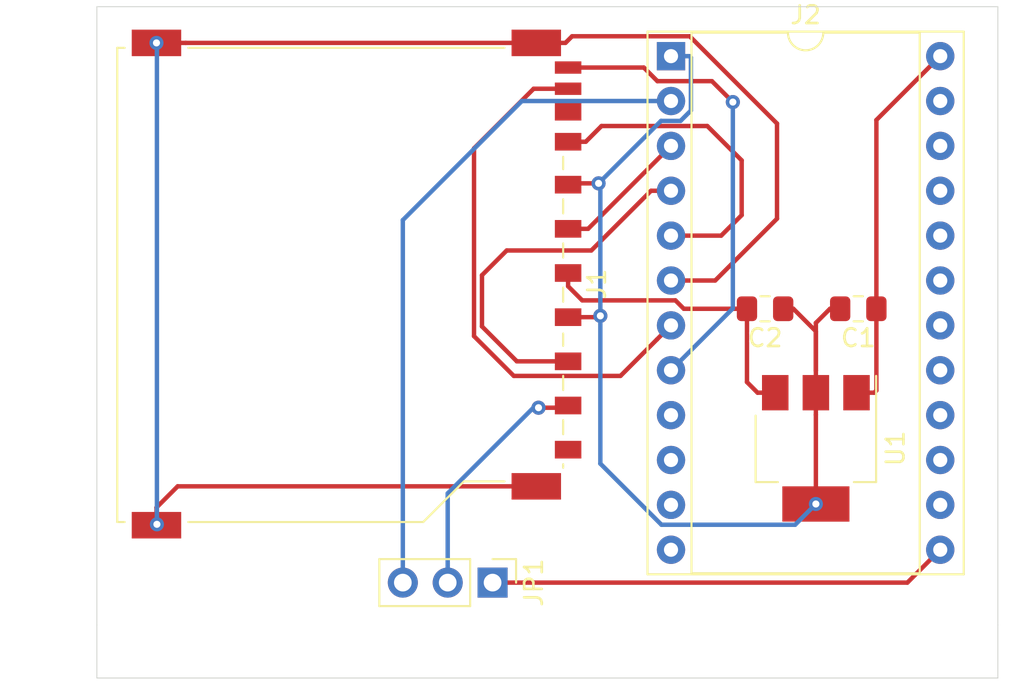
<source format=kicad_pcb>
(kicad_pcb (version 20171130) (host pcbnew "(5.1.5)-3")

  (general
    (thickness 1.6)
    (drawings 6)
    (tracks 100)
    (zones 0)
    (modules 8)
    (nets 13)
  )

  (page A4)
  (layers
    (0 F.Cu signal)
    (31 B.Cu signal)
    (32 B.Adhes user)
    (33 F.Adhes user)
    (34 B.Paste user)
    (35 F.Paste user)
    (36 B.SilkS user)
    (37 F.SilkS user)
    (38 B.Mask user)
    (39 F.Mask user)
    (40 Dwgs.User user)
    (41 Cmts.User user)
    (42 Eco1.User user)
    (43 Eco2.User user)
    (44 Edge.Cuts user)
    (45 Margin user)
    (46 B.CrtYd user)
    (47 F.CrtYd user)
    (48 B.Fab user)
    (49 F.Fab user)
  )

  (setup
    (last_trace_width 0.25)
    (trace_clearance 0.2)
    (zone_clearance 0.508)
    (zone_45_only no)
    (trace_min 0.2)
    (via_size 0.8)
    (via_drill 0.4)
    (via_min_size 0.4)
    (via_min_drill 0.3)
    (uvia_size 0.3)
    (uvia_drill 0.1)
    (uvias_allowed no)
    (uvia_min_size 0.2)
    (uvia_min_drill 0.1)
    (edge_width 0.05)
    (segment_width 0.2)
    (pcb_text_width 0.3)
    (pcb_text_size 1.5 1.5)
    (mod_edge_width 0.12)
    (mod_text_size 1 1)
    (mod_text_width 0.15)
    (pad_size 1.524 1.524)
    (pad_drill 0.762)
    (pad_to_mask_clearance 0.051)
    (solder_mask_min_width 0.25)
    (aux_axis_origin 0 0)
    (visible_elements FFFFFF7F)
    (pcbplotparams
      (layerselection 0x010fc_ffffffff)
      (usegerberextensions false)
      (usegerberattributes false)
      (usegerberadvancedattributes false)
      (creategerberjobfile false)
      (excludeedgelayer true)
      (linewidth 0.100000)
      (plotframeref false)
      (viasonmask false)
      (mode 1)
      (useauxorigin false)
      (hpglpennumber 1)
      (hpglpenspeed 20)
      (hpglpendiameter 15.000000)
      (psnegative false)
      (psa4output false)
      (plotreference true)
      (plotvalue true)
      (plotinvisibletext false)
      (padsonsilk false)
      (subtractmaskfromsilk false)
      (outputformat 1)
      (mirror false)
      (drillshape 0)
      (scaleselection 1)
      (outputdirectory "gerbers/"))
  )

  (net 0 "")
  (net 1 "Net-(C1-Pad1)")
  (net 2 /GND)
  (net 3 "Net-(C2-Pad2)")
  (net 4 "Net-(J1-Pad1)")
  (net 5 "Net-(J1-Pad2)")
  (net 6 "Net-(J1-Pad5)")
  (net 7 "Net-(J1-Pad7)")
  (net 8 "Net-(J1-Pad10)")
  (net 9 "Net-(J1-Pad11)")
  (net 10 "Net-(J1-Pad12)")
  (net 11 "Net-(J2-Pad13)")
  (net 12 "Net-(J2-Pad2)")

  (net_class Default "This is the default net class."
    (clearance 0.2)
    (trace_width 0.25)
    (via_dia 0.8)
    (via_drill 0.4)
    (uvia_dia 0.3)
    (uvia_drill 0.1)
    (add_net /GND)
    (add_net "Net-(C1-Pad1)")
    (add_net "Net-(C2-Pad2)")
    (add_net "Net-(J1-Pad1)")
    (add_net "Net-(J1-Pad10)")
    (add_net "Net-(J1-Pad11)")
    (add_net "Net-(J1-Pad12)")
    (add_net "Net-(J1-Pad2)")
    (add_net "Net-(J1-Pad5)")
    (add_net "Net-(J1-Pad7)")
    (add_net "Net-(J2-Pad13)")
    (add_net "Net-(J2-Pad2)")
  )

  (module MountingHole:MountingHole_2.2mm_M2 (layer F.Cu) (tedit 56D1B4CB) (tstamp 5E2C939C)
    (at 73 101.8)
    (descr "Mounting Hole 2.2mm, no annular, M2")
    (tags "mounting hole 2.2mm no annular m2")
    (attr virtual)
    (fp_text reference REF** (at 0 -3.2) (layer F.SilkS) hide
      (effects (font (size 1 1) (thickness 0.15)))
    )
    (fp_text value MountingHole_2.2mm_M2 (at 0 3.2) (layer F.Fab)
      (effects (font (size 1 1) (thickness 0.15)))
    )
    (fp_text user %R (at 0.3 0) (layer F.Fab)
      (effects (font (size 1 1) (thickness 0.15)))
    )
    (fp_circle (center 0 0) (end 2.2 0) (layer Cmts.User) (width 0.15))
    (fp_circle (center 0 0) (end 2.45 0) (layer F.CrtYd) (width 0.05))
    (pad 1 np_thru_hole circle (at 0 0) (size 2.2 2.2) (drill 2.2) (layers *.Cu *.Mask))
  )

  (module MountingHole:MountingHole_2.2mm_M2 (layer F.Cu) (tedit 56D1B4CB) (tstamp 5E2C9397)
    (at 112 73)
    (descr "Mounting Hole 2.2mm, no annular, M2")
    (tags "mounting hole 2.2mm no annular m2")
    (attr virtual)
    (fp_text reference REF** (at 0 -3.2) (layer F.SilkS) hide
      (effects (font (size 1 1) (thickness 0.15)))
    )
    (fp_text value MountingHole_2.2mm_M2 (at 0 3.2) (layer F.Fab)
      (effects (font (size 1 1) (thickness 0.15)))
    )
    (fp_circle (center 0 0) (end 2.45 0) (layer F.CrtYd) (width 0.05))
    (fp_circle (center 0 0) (end 2.2 0) (layer Cmts.User) (width 0.15))
    (fp_text user %R (at 0.3 0) (layer F.Fab)
      (effects (font (size 1 1) (thickness 0.15)))
    )
    (pad 1 np_thru_hole circle (at 0 0) (size 2.2 2.2) (drill 2.2) (layers *.Cu *.Mask))
  )

  (module Capacitor_SMD:C_0805_2012Metric_Pad1.15x1.40mm_HandSolder (layer F.Cu) (tedit 5B36C52B) (tstamp 5E2C8940)
    (at 112.1 85.1 180)
    (descr "Capacitor SMD 0805 (2012 Metric), square (rectangular) end terminal, IPC_7351 nominal with elongated pad for handsoldering. (Body size source: https://docs.google.com/spreadsheets/d/1BsfQQcO9C6DZCsRaXUlFlo91Tg2WpOkGARC1WS5S8t0/edit?usp=sharing), generated with kicad-footprint-generator")
    (tags "capacitor handsolder")
    (path /5E2C5E59)
    (attr smd)
    (fp_text reference C1 (at 0 -1.65) (layer F.SilkS)
      (effects (font (size 1 1) (thickness 0.15)))
    )
    (fp_text value 1u (at 0 1.65) (layer F.Fab)
      (effects (font (size 1 1) (thickness 0.15)))
    )
    (fp_line (start -1 0.6) (end -1 -0.6) (layer F.Fab) (width 0.1))
    (fp_line (start -1 -0.6) (end 1 -0.6) (layer F.Fab) (width 0.1))
    (fp_line (start 1 -0.6) (end 1 0.6) (layer F.Fab) (width 0.1))
    (fp_line (start 1 0.6) (end -1 0.6) (layer F.Fab) (width 0.1))
    (fp_line (start -0.261252 -0.71) (end 0.261252 -0.71) (layer F.SilkS) (width 0.12))
    (fp_line (start -0.261252 0.71) (end 0.261252 0.71) (layer F.SilkS) (width 0.12))
    (fp_line (start -1.85 0.95) (end -1.85 -0.95) (layer F.CrtYd) (width 0.05))
    (fp_line (start -1.85 -0.95) (end 1.85 -0.95) (layer F.CrtYd) (width 0.05))
    (fp_line (start 1.85 -0.95) (end 1.85 0.95) (layer F.CrtYd) (width 0.05))
    (fp_line (start 1.85 0.95) (end -1.85 0.95) (layer F.CrtYd) (width 0.05))
    (fp_text user %R (at 0 0) (layer F.Fab)
      (effects (font (size 0.5 0.5) (thickness 0.08)))
    )
    (pad 1 smd roundrect (at -1.025 0 180) (size 1.15 1.4) (layers F.Cu F.Paste F.Mask) (roundrect_rratio 0.217391)
      (net 1 "Net-(C1-Pad1)"))
    (pad 2 smd roundrect (at 1.025 0 180) (size 1.15 1.4) (layers F.Cu F.Paste F.Mask) (roundrect_rratio 0.217391)
      (net 2 /GND))
    (model ${KISYS3DMOD}/Capacitor_SMD.3dshapes/C_0805_2012Metric.wrl
      (at (xyz 0 0 0))
      (scale (xyz 1 1 1))
      (rotate (xyz 0 0 0))
    )
  )

  (module Capacitor_SMD:C_0805_2012Metric_Pad1.15x1.40mm_HandSolder (layer F.Cu) (tedit 5B36C52B) (tstamp 5E2C8951)
    (at 106.825 85.1 180)
    (descr "Capacitor SMD 0805 (2012 Metric), square (rectangular) end terminal, IPC_7351 nominal with elongated pad for handsoldering. (Body size source: https://docs.google.com/spreadsheets/d/1BsfQQcO9C6DZCsRaXUlFlo91Tg2WpOkGARC1WS5S8t0/edit?usp=sharing), generated with kicad-footprint-generator")
    (tags "capacitor handsolder")
    (path /5E2C7B61)
    (attr smd)
    (fp_text reference C2 (at 0 -1.65) (layer F.SilkS)
      (effects (font (size 1 1) (thickness 0.15)))
    )
    (fp_text value 1u (at 0 1.65) (layer F.Fab)
      (effects (font (size 1 1) (thickness 0.15)))
    )
    (fp_text user %R (at 0 0) (layer F.Fab)
      (effects (font (size 0.5 0.5) (thickness 0.08)))
    )
    (fp_line (start 1.85 0.95) (end -1.85 0.95) (layer F.CrtYd) (width 0.05))
    (fp_line (start 1.85 -0.95) (end 1.85 0.95) (layer F.CrtYd) (width 0.05))
    (fp_line (start -1.85 -0.95) (end 1.85 -0.95) (layer F.CrtYd) (width 0.05))
    (fp_line (start -1.85 0.95) (end -1.85 -0.95) (layer F.CrtYd) (width 0.05))
    (fp_line (start -0.261252 0.71) (end 0.261252 0.71) (layer F.SilkS) (width 0.12))
    (fp_line (start -0.261252 -0.71) (end 0.261252 -0.71) (layer F.SilkS) (width 0.12))
    (fp_line (start 1 0.6) (end -1 0.6) (layer F.Fab) (width 0.1))
    (fp_line (start 1 -0.6) (end 1 0.6) (layer F.Fab) (width 0.1))
    (fp_line (start -1 -0.6) (end 1 -0.6) (layer F.Fab) (width 0.1))
    (fp_line (start -1 0.6) (end -1 -0.6) (layer F.Fab) (width 0.1))
    (pad 2 smd roundrect (at 1.025 0 180) (size 1.15 1.4) (layers F.Cu F.Paste F.Mask) (roundrect_rratio 0.217391)
      (net 3 "Net-(C2-Pad2)"))
    (pad 1 smd roundrect (at -1.025 0 180) (size 1.15 1.4) (layers F.Cu F.Paste F.Mask) (roundrect_rratio 0.217391)
      (net 2 /GND))
    (model ${KISYS3DMOD}/Capacitor_SMD.3dshapes/C_0805_2012Metric.wrl
      (at (xyz 0 0 0))
      (scale (xyz 1 1 1))
      (rotate (xyz 0 0 0))
    )
  )

  (module Connector_Card:SD_TE_2041021 (layer F.Cu) (tedit 5A668550) (tstamp 5E2C8994)
    (at 83.7 83.7 270)
    (descr "SD card connector, top mount, SMT (http://www.te.com/commerce/DocumentDelivery/DDEController?Action=showdoc&DocId=Customer+Drawing%7F2041021%7FB%7Fpdf%7FEnglish%7FENG_CD_2041021_B_C_2041021_B.pdf%7F2041021-4)")
    (tags "sd card")
    (path /5E2AC0EB)
    (attr smd)
    (fp_text reference J1 (at 0 -13.6 90) (layer F.SilkS)
      (effects (font (size 1 1) (thickness 0.15)))
    )
    (fp_text value SD_Card (at 0 4 90) (layer F.Fab)
      (effects (font (size 1 1) (thickness 0.15)))
    )
    (fp_text user KEEPOUT (at 0 -3.56 90) (layer Cmts.User)
      (effects (font (size 1 1) (thickness 0.15)))
    )
    (fp_text user %R (at 0 2 90) (layer F.Fab)
      (effects (font (size 1 1) (thickness 0.15)))
    )
    (fp_line (start 10.3 -8.075) (end -10.67 -8.075) (layer Dwgs.User) (width 0.1))
    (fp_line (start 10.3 0.875) (end 10.3 -8.075) (layer Dwgs.User) (width 0.1))
    (fp_line (start -10.67 0.875) (end 10.3 0.875) (layer Dwgs.User) (width 0.1))
    (fp_line (start -10.67 -8.075) (end -10.67 0.875) (layer Dwgs.User) (width 0.1))
    (fp_line (start 11.05 -11.575) (end -13.25 -11.575) (layer F.Fab) (width 0.1))
    (fp_line (start 11.05 -6.015) (end 11.05 -11.575) (layer F.Fab) (width 0.1))
    (fp_line (start 13.35 -3.715) (end 11.05 -6.015) (layer F.Fab) (width 0.1))
    (fp_line (start 13.35 13.425) (end 13.35 -3.715) (layer F.Fab) (width 0.1))
    (fp_line (start -13.25 13.425) (end 13.35 13.425) (layer F.Fab) (width 0.1))
    (fp_line (start -13.25 -11.575) (end -13.25 13.425) (layer F.Fab) (width 0.1))
    (fp_line (start 13.47 13.545) (end 13.47 13.125) (layer F.SilkS) (width 0.12))
    (fp_line (start -13.37 13.545) (end 13.47 13.545) (layer F.SilkS) (width 0.12))
    (fp_line (start -13.37 13.125) (end -13.37 13.545) (layer F.SilkS) (width 0.12))
    (fp_line (start -13.37 -8.375) (end -13.37 9.525) (layer F.SilkS) (width 0.12))
    (fp_line (start 13.47 -3.775) (end 13.47 9.525) (layer F.SilkS) (width 0.12))
    (fp_line (start 11.17 -6.075) (end 13.47 -3.775) (layer F.SilkS) (width 0.12))
    (fp_line (start 11.17 -8.375) (end 11.17 -6.075) (layer F.SilkS) (width 0.12))
    (fp_line (start -7.2 -11.695) (end -6.5 -11.695) (layer F.SilkS) (width 0.12))
    (fp_line (start -14.65 -12.98) (end 14.65 -12.98) (layer F.CrtYd) (width 0.05))
    (fp_line (start -14.65 -12.98) (end -14.65 13.68) (layer F.CrtYd) (width 0.05))
    (fp_line (start 14.65 13.68) (end 14.65 -12.98) (layer F.CrtYd) (width 0.05))
    (fp_line (start 14.65 13.68) (end -14.65 13.68) (layer F.CrtYd) (width 0.05))
    (fp_line (start -4.8 -11.695) (end -4 -11.695) (layer F.SilkS) (width 0.12))
    (fp_line (start -2.3 -11.695) (end -1.5 -11.695) (layer F.SilkS) (width 0.12))
    (fp_line (start 10.2 -11.695) (end 10.4 -11.695) (layer F.SilkS) (width 0.12))
    (fp_line (start 0.2 -11.695) (end 1 -11.695) (layer F.SilkS) (width 0.12))
    (fp_line (start 2.8 -11.695) (end 3.5 -11.695) (layer F.SilkS) (width 0.12))
    (fp_line (start 5.2 -11.695) (end 6 -11.695) (layer F.SilkS) (width 0.12))
    (fp_line (start 7.7 -11.695) (end 8.5 -11.695) (layer F.SilkS) (width 0.12))
    (fp_line (start -1.72 -8.075) (end -10.67 0.875) (layer Dwgs.User) (width 0.1))
    (fp_line (start 0.28 -8.075) (end -8.67 0.875) (layer Dwgs.User) (width 0.1))
    (fp_line (start 2.28 -8.075) (end -6.67 0.875) (layer Dwgs.User) (width 0.1))
    (fp_line (start 4.28 -8.075) (end -4.67 0.875) (layer Dwgs.User) (width 0.1))
    (fp_line (start 6.28 -8.075) (end -2.67 0.875) (layer Dwgs.User) (width 0.1))
    (fp_line (start 8.28 -8.075) (end -0.67 0.875) (layer Dwgs.User) (width 0.1))
    (fp_line (start 10.28 -8.075) (end 1.33 0.875) (layer Dwgs.User) (width 0.1))
    (fp_line (start -3.72 -8.075) (end -10.67 -1.125) (layer Dwgs.User) (width 0.1))
    (fp_line (start -5.72 -8.075) (end -10.67 -3.125) (layer Dwgs.User) (width 0.1))
    (fp_line (start -7.72 -8.075) (end -10.67 -5.125) (layer Dwgs.User) (width 0.1))
    (fp_line (start -9.72 -8.075) (end -10.67 -7.125) (layer Dwgs.User) (width 0.1))
    (fp_line (start 10.3 -6.095) (end 3.33 0.875) (layer Dwgs.User) (width 0.1))
    (fp_line (start 10.3 -4.095) (end 5.33 0.875) (layer Dwgs.User) (width 0.1))
    (fp_line (start 10.3 -2.095) (end 7.33 0.875) (layer Dwgs.User) (width 0.1))
    (fp_line (start 10.3 -0.095) (end 9.33 0.875) (layer Dwgs.User) (width 0.1))
    (pad 1 smd rect (at 6.875 -11.975 270) (size 1 1.5) (layers F.Cu F.Paste F.Mask)
      (net 4 "Net-(J1-Pad1)"))
    (pad 2 smd rect (at 4.375 -11.975 270) (size 1 1.5) (layers F.Cu F.Paste F.Mask)
      (net 5 "Net-(J1-Pad2)"))
    (pad 3 smd rect (at 1.875 -11.975 270) (size 1 1.5) (layers F.Cu F.Paste F.Mask)
      (net 2 /GND))
    (pad 4 smd rect (at -0.625 -11.975 270) (size 1 1.5) (layers F.Cu F.Paste F.Mask)
      (net 3 "Net-(C2-Pad2)"))
    (pad 5 smd rect (at -3.125 -11.975 270) (size 1 1.5) (layers F.Cu F.Paste F.Mask)
      (net 6 "Net-(J1-Pad5)"))
    (pad 6 smd rect (at -5.625 -11.975 270) (size 1 1.5) (layers F.Cu F.Paste F.Mask)
      (net 2 /GND))
    (pad 7 smd rect (at -8.055 -11.975 270) (size 1 1.5) (layers F.Cu F.Paste F.Mask)
      (net 7 "Net-(J1-Pad7)"))
    (pad 8 smd rect (at -9.755 -11.975 270) (size 1 1.5) (layers F.Cu F.Paste F.Mask))
    (pad 9 smd rect (at 9.375 -11.975 270) (size 1 1.5) (layers F.Cu F.Paste F.Mask))
    (pad 10 smd rect (at -11.055 -11.975 270) (size 0.7 1.5) (layers F.Cu F.Paste F.Mask)
      (net 8 "Net-(J1-Pad10)"))
    (pad 11 smd rect (at -12.255 -11.975 270) (size 0.7 1.5) (layers F.Cu F.Paste F.Mask)
      (net 9 "Net-(J1-Pad11)"))
    (pad "" np_thru_hole circle (at 9.5 -9.175 270) (size 1.6 1.6) (drill 1.6) (layers *.Cu *.Mask))
    (pad "" np_thru_hole circle (at -11.5 -9.175 270) (size 1.1 1.1) (drill 1.1) (layers *.Cu *.Mask))
    (pad 12 smd rect (at 11.45 -10.175 270) (size 1.5 2.8) (layers F.Cu F.Paste F.Mask)
      (net 10 "Net-(J1-Pad12)"))
    (pad 12 smd rect (at 13.65 11.325 270) (size 1.5 2.8) (layers F.Cu F.Paste F.Mask)
      (net 10 "Net-(J1-Pad12)"))
    (pad 12 smd rect (at -13.65 11.325 270) (size 1.5 2.8) (layers F.Cu F.Paste F.Mask)
      (net 10 "Net-(J1-Pad12)"))
    (pad 12 smd rect (at -13.65 -10.175 270) (size 1.5 2.8) (layers F.Cu F.Paste F.Mask)
      (net 10 "Net-(J1-Pad12)"))
    (model ${KISYS3DMOD}/Connector_Card.3dshapes/SD_TE_2041021.wrl
      (at (xyz 0 0 0))
      (scale (xyz 1 1 1))
      (rotate (xyz 0 0 0))
    )
  )

  (module Package_DIP:DIP-24_W15.24mm_Socket (layer F.Cu) (tedit 5A02E8C5) (tstamp 5E2C8E42)
    (at 101.5 70.8)
    (descr "24-lead though-hole mounted DIP package, row spacing 15.24 mm (600 mils), Socket")
    (tags "THT DIP DIL PDIP 2.54mm 15.24mm 600mil Socket")
    (path /5E2A9846)
    (fp_text reference J2 (at 7.62 -2.33) (layer F.SilkS)
      (effects (font (size 1 1) (thickness 0.15)))
    )
    (fp_text value Conn_02x12_Counter_Clockwise (at 7.62 30.27) (layer F.Fab)
      (effects (font (size 1 1) (thickness 0.15)))
    )
    (fp_arc (start 7.62 -1.33) (end 6.62 -1.33) (angle -180) (layer F.SilkS) (width 0.12))
    (fp_line (start 1.255 -1.27) (end 14.985 -1.27) (layer F.Fab) (width 0.1))
    (fp_line (start 14.985 -1.27) (end 14.985 29.21) (layer F.Fab) (width 0.1))
    (fp_line (start 14.985 29.21) (end 0.255 29.21) (layer F.Fab) (width 0.1))
    (fp_line (start 0.255 29.21) (end 0.255 -0.27) (layer F.Fab) (width 0.1))
    (fp_line (start 0.255 -0.27) (end 1.255 -1.27) (layer F.Fab) (width 0.1))
    (fp_line (start -1.27 -1.33) (end -1.27 29.27) (layer F.Fab) (width 0.1))
    (fp_line (start -1.27 29.27) (end 16.51 29.27) (layer F.Fab) (width 0.1))
    (fp_line (start 16.51 29.27) (end 16.51 -1.33) (layer F.Fab) (width 0.1))
    (fp_line (start 16.51 -1.33) (end -1.27 -1.33) (layer F.Fab) (width 0.1))
    (fp_line (start 6.62 -1.33) (end 1.16 -1.33) (layer F.SilkS) (width 0.12))
    (fp_line (start 1.16 -1.33) (end 1.16 29.27) (layer F.SilkS) (width 0.12))
    (fp_line (start 1.16 29.27) (end 14.08 29.27) (layer F.SilkS) (width 0.12))
    (fp_line (start 14.08 29.27) (end 14.08 -1.33) (layer F.SilkS) (width 0.12))
    (fp_line (start 14.08 -1.33) (end 8.62 -1.33) (layer F.SilkS) (width 0.12))
    (fp_line (start -1.33 -1.39) (end -1.33 29.33) (layer F.SilkS) (width 0.12))
    (fp_line (start -1.33 29.33) (end 16.57 29.33) (layer F.SilkS) (width 0.12))
    (fp_line (start 16.57 29.33) (end 16.57 -1.39) (layer F.SilkS) (width 0.12))
    (fp_line (start 16.57 -1.39) (end -1.33 -1.39) (layer F.SilkS) (width 0.12))
    (fp_line (start -1.55 -1.6) (end -1.55 29.55) (layer F.CrtYd) (width 0.05))
    (fp_line (start -1.55 29.55) (end 16.8 29.55) (layer F.CrtYd) (width 0.05))
    (fp_line (start 16.8 29.55) (end 16.8 -1.6) (layer F.CrtYd) (width 0.05))
    (fp_line (start 16.8 -1.6) (end -1.55 -1.6) (layer F.CrtYd) (width 0.05))
    (fp_text user %R (at 7.62 13.97) (layer F.Fab)
      (effects (font (size 1 1) (thickness 0.15)))
    )
    (pad 1 thru_hole rect (at 0 0) (size 1.6 1.6) (drill 0.8) (layers *.Cu *.Mask)
      (net 2 /GND))
    (pad 13 thru_hole oval (at 15.24 27.94) (size 1.6 1.6) (drill 0.8) (layers *.Cu *.Mask)
      (net 11 "Net-(J2-Pad13)"))
    (pad 2 thru_hole oval (at 0 2.54) (size 1.6 1.6) (drill 0.8) (layers *.Cu *.Mask)
      (net 12 "Net-(J2-Pad2)"))
    (pad 14 thru_hole oval (at 15.24 25.4) (size 1.6 1.6) (drill 0.8) (layers *.Cu *.Mask))
    (pad 3 thru_hole oval (at 0 5.08) (size 1.6 1.6) (drill 0.8) (layers *.Cu *.Mask)
      (net 6 "Net-(J1-Pad5)"))
    (pad 15 thru_hole oval (at 15.24 22.86) (size 1.6 1.6) (drill 0.8) (layers *.Cu *.Mask))
    (pad 4 thru_hole oval (at 0 7.62) (size 1.6 1.6) (drill 0.8) (layers *.Cu *.Mask)
      (net 5 "Net-(J1-Pad2)"))
    (pad 16 thru_hole oval (at 15.24 20.32) (size 1.6 1.6) (drill 0.8) (layers *.Cu *.Mask))
    (pad 5 thru_hole oval (at 0 10.16) (size 1.6 1.6) (drill 0.8) (layers *.Cu *.Mask)
      (net 7 "Net-(J1-Pad7)"))
    (pad 17 thru_hole oval (at 15.24 17.78) (size 1.6 1.6) (drill 0.8) (layers *.Cu *.Mask))
    (pad 6 thru_hole oval (at 0 12.7) (size 1.6 1.6) (drill 0.8) (layers *.Cu *.Mask)
      (net 10 "Net-(J1-Pad12)"))
    (pad 18 thru_hole oval (at 15.24 15.24) (size 1.6 1.6) (drill 0.8) (layers *.Cu *.Mask))
    (pad 7 thru_hole oval (at 0 15.24) (size 1.6 1.6) (drill 0.8) (layers *.Cu *.Mask)
      (net 8 "Net-(J1-Pad10)"))
    (pad 19 thru_hole oval (at 15.24 12.7) (size 1.6 1.6) (drill 0.8) (layers *.Cu *.Mask))
    (pad 8 thru_hole oval (at 0 17.78) (size 1.6 1.6) (drill 0.8) (layers *.Cu *.Mask)
      (net 9 "Net-(J1-Pad11)"))
    (pad 20 thru_hole oval (at 15.24 10.16) (size 1.6 1.6) (drill 0.8) (layers *.Cu *.Mask))
    (pad 9 thru_hole oval (at 0 20.32) (size 1.6 1.6) (drill 0.8) (layers *.Cu *.Mask))
    (pad 21 thru_hole oval (at 15.24 7.62) (size 1.6 1.6) (drill 0.8) (layers *.Cu *.Mask))
    (pad 10 thru_hole oval (at 0 22.86) (size 1.6 1.6) (drill 0.8) (layers *.Cu *.Mask))
    (pad 22 thru_hole oval (at 15.24 5.08) (size 1.6 1.6) (drill 0.8) (layers *.Cu *.Mask))
    (pad 11 thru_hole oval (at 0 25.4) (size 1.6 1.6) (drill 0.8) (layers *.Cu *.Mask))
    (pad 23 thru_hole oval (at 15.24 2.54) (size 1.6 1.6) (drill 0.8) (layers *.Cu *.Mask))
    (pad 12 thru_hole oval (at 0 27.94) (size 1.6 1.6) (drill 0.8) (layers *.Cu *.Mask))
    (pad 24 thru_hole oval (at 15.24 0) (size 1.6 1.6) (drill 0.8) (layers *.Cu *.Mask)
      (net 1 "Net-(C1-Pad1)"))
    (model ${KISYS3DMOD}/Package_DIP.3dshapes/DIP-24_W15.24mm_Socket.wrl
      (at (xyz 0 0 0))
      (scale (xyz 1 1 1))
      (rotate (xyz 0 0 0))
    )
  )

  (module Connector_PinHeader_2.54mm:PinHeader_1x03_P2.54mm_Vertical (layer F.Cu) (tedit 59FED5CC) (tstamp 5E2C90B8)
    (at 91.4 100.6 270)
    (descr "Through hole straight pin header, 1x03, 2.54mm pitch, single row")
    (tags "Through hole pin header THT 1x03 2.54mm single row")
    (path /5E2B0489)
    (fp_text reference JP1 (at 0 -2.33 90) (layer F.SilkS)
      (effects (font (size 1 1) (thickness 0.15)))
    )
    (fp_text value Jumper_3_Open (at 0 7.41 90) (layer F.Fab)
      (effects (font (size 1 1) (thickness 0.15)))
    )
    (fp_line (start -0.635 -1.27) (end 1.27 -1.27) (layer F.Fab) (width 0.1))
    (fp_line (start 1.27 -1.27) (end 1.27 6.35) (layer F.Fab) (width 0.1))
    (fp_line (start 1.27 6.35) (end -1.27 6.35) (layer F.Fab) (width 0.1))
    (fp_line (start -1.27 6.35) (end -1.27 -0.635) (layer F.Fab) (width 0.1))
    (fp_line (start -1.27 -0.635) (end -0.635 -1.27) (layer F.Fab) (width 0.1))
    (fp_line (start -1.33 6.41) (end 1.33 6.41) (layer F.SilkS) (width 0.12))
    (fp_line (start -1.33 1.27) (end -1.33 6.41) (layer F.SilkS) (width 0.12))
    (fp_line (start 1.33 1.27) (end 1.33 6.41) (layer F.SilkS) (width 0.12))
    (fp_line (start -1.33 1.27) (end 1.33 1.27) (layer F.SilkS) (width 0.12))
    (fp_line (start -1.33 0) (end -1.33 -1.33) (layer F.SilkS) (width 0.12))
    (fp_line (start -1.33 -1.33) (end 0 -1.33) (layer F.SilkS) (width 0.12))
    (fp_line (start -1.8 -1.8) (end -1.8 6.85) (layer F.CrtYd) (width 0.05))
    (fp_line (start -1.8 6.85) (end 1.8 6.85) (layer F.CrtYd) (width 0.05))
    (fp_line (start 1.8 6.85) (end 1.8 -1.8) (layer F.CrtYd) (width 0.05))
    (fp_line (start 1.8 -1.8) (end -1.8 -1.8) (layer F.CrtYd) (width 0.05))
    (fp_text user %R (at 0 2.54) (layer F.Fab)
      (effects (font (size 1 1) (thickness 0.15)))
    )
    (pad 1 thru_hole rect (at 0 0 270) (size 1.7 1.7) (drill 1) (layers *.Cu *.Mask)
      (net 11 "Net-(J2-Pad13)"))
    (pad 2 thru_hole oval (at 0 2.54 270) (size 1.7 1.7) (drill 1) (layers *.Cu *.Mask)
      (net 4 "Net-(J1-Pad1)"))
    (pad 3 thru_hole oval (at 0 5.08 270) (size 1.7 1.7) (drill 1) (layers *.Cu *.Mask)
      (net 12 "Net-(J2-Pad2)"))
    (model ${KISYS3DMOD}/Connector_PinHeader_2.54mm.3dshapes/PinHeader_1x03_P2.54mm_Vertical.wrl
      (at (xyz 0 0 0))
      (scale (xyz 1 1 1))
      (rotate (xyz 0 0 0))
    )
  )

  (module Package_TO_SOT_SMD:SOT-223-3_TabPin2 (layer F.Cu) (tedit 5A02FF57) (tstamp 5E2C89F5)
    (at 109.7 93 270)
    (descr "module CMS SOT223 4 pins")
    (tags "CMS SOT")
    (path /5E2BFAF6)
    (attr smd)
    (fp_text reference U1 (at 0 -4.5 90) (layer F.SilkS)
      (effects (font (size 1 1) (thickness 0.15)))
    )
    (fp_text value MCP1826S (at 0 4.5 90) (layer F.Fab)
      (effects (font (size 1 1) (thickness 0.15)))
    )
    (fp_text user %R (at 0 0) (layer F.Fab)
      (effects (font (size 0.8 0.8) (thickness 0.12)))
    )
    (fp_line (start 1.91 3.41) (end 1.91 2.15) (layer F.SilkS) (width 0.12))
    (fp_line (start 1.91 -3.41) (end 1.91 -2.15) (layer F.SilkS) (width 0.12))
    (fp_line (start 4.4 -3.6) (end -4.4 -3.6) (layer F.CrtYd) (width 0.05))
    (fp_line (start 4.4 3.6) (end 4.4 -3.6) (layer F.CrtYd) (width 0.05))
    (fp_line (start -4.4 3.6) (end 4.4 3.6) (layer F.CrtYd) (width 0.05))
    (fp_line (start -4.4 -3.6) (end -4.4 3.6) (layer F.CrtYd) (width 0.05))
    (fp_line (start -1.85 -2.35) (end -0.85 -3.35) (layer F.Fab) (width 0.1))
    (fp_line (start -1.85 -2.35) (end -1.85 3.35) (layer F.Fab) (width 0.1))
    (fp_line (start -1.85 3.41) (end 1.91 3.41) (layer F.SilkS) (width 0.12))
    (fp_line (start -0.85 -3.35) (end 1.85 -3.35) (layer F.Fab) (width 0.1))
    (fp_line (start -4.1 -3.41) (end 1.91 -3.41) (layer F.SilkS) (width 0.12))
    (fp_line (start -1.85 3.35) (end 1.85 3.35) (layer F.Fab) (width 0.1))
    (fp_line (start 1.85 -3.35) (end 1.85 3.35) (layer F.Fab) (width 0.1))
    (pad 2 smd rect (at 3.15 0 270) (size 2 3.8) (layers F.Cu F.Paste F.Mask)
      (net 2 /GND))
    (pad 2 smd rect (at -3.15 0 270) (size 2 1.5) (layers F.Cu F.Paste F.Mask)
      (net 2 /GND))
    (pad 3 smd rect (at -3.15 2.3 270) (size 2 1.5) (layers F.Cu F.Paste F.Mask)
      (net 3 "Net-(C2-Pad2)"))
    (pad 1 smd rect (at -3.15 -2.3 270) (size 2 1.5) (layers F.Cu F.Paste F.Mask)
      (net 1 "Net-(C1-Pad1)"))
    (model ${KISYS3DMOD}/Package_TO_SOT_SMD.3dshapes/SOT-223.wrl
      (at (xyz 0 0 0))
      (scale (xyz 1 1 1))
      (rotate (xyz 0 0 0))
    )
  )

  (gr_line (start 120 106) (end 120 103) (layer Edge.Cuts) (width 0.05) (tstamp 5E2C93BB))
  (gr_line (start 69 106) (end 120 106) (layer Edge.Cuts) (width 0.05))
  (gr_line (start 69 103) (end 69 106) (layer Edge.Cuts) (width 0.05))
  (gr_line (start 69 68) (end 69 103) (layer Edge.Cuts) (width 0.05))
  (gr_line (start 120 68) (end 120 103) (layer Edge.Cuts) (width 0.05))
  (gr_line (start 69 68) (end 120 68) (layer Edge.Cuts) (width 0.05))

  (segment (start 113.125 74.415) (end 113.125 85.1) (width 0.25) (layer F.Cu) (net 1))
  (segment (start 116.74 70.8) (end 113.125 74.415) (width 0.25) (layer F.Cu) (net 1))
  (segment (start 113 89.85) (end 112 89.85) (width 0.25) (layer F.Cu) (net 1))
  (segment (start 113.125 89.725) (end 113 89.85) (width 0.25) (layer F.Cu) (net 1))
  (segment (start 113.125 85.1) (end 113.125 89.725) (width 0.25) (layer F.Cu) (net 1))
  (segment (start 109.7 85.9) (end 109.7 88.6) (width 0.25) (layer F.Cu) (net 2))
  (segment (start 110.5 85.1) (end 109.7 85.9) (width 0.25) (layer F.Cu) (net 2))
  (segment (start 111.075 85.1) (end 110.5 85.1) (width 0.25) (layer F.Cu) (net 2))
  (segment (start 109.7 91.1) (end 109.7 96.15) (width 0.25) (layer F.Cu) (net 2))
  (segment (start 109.7 89.85) (end 109.7 91.1) (width 0.25) (layer F.Cu) (net 2))
  (segment (start 109.7 88.6) (end 109.7 89.85) (width 0.25) (layer F.Cu) (net 2))
  (segment (start 109.7 86.375) (end 109.7 88.6) (width 0.25) (layer F.Cu) (net 2))
  (segment (start 108.425 85.1) (end 109.7 86.375) (width 0.25) (layer F.Cu) (net 2))
  (segment (start 107.85 85.1) (end 108.425 85.1) (width 0.25) (layer F.Cu) (net 2))
  (via (at 97.4 78) (size 0.8) (drill 0.4) (layers F.Cu B.Cu) (net 2))
  (segment (start 100.934999 74.465001) (end 97.4 78) (width 0.25) (layer B.Cu) (net 2))
  (segment (start 102.55 70.8) (end 102.625001 70.875001) (width 0.25) (layer B.Cu) (net 2))
  (segment (start 101.5 70.8) (end 102.55 70.8) (width 0.25) (layer B.Cu) (net 2))
  (segment (start 102.625001 70.875001) (end 102.625001 73.880001) (width 0.25) (layer B.Cu) (net 2))
  (segment (start 102.625001 73.880001) (end 102.040001 74.465001) (width 0.25) (layer B.Cu) (net 2))
  (segment (start 102.040001 74.465001) (end 100.934999 74.465001) (width 0.25) (layer B.Cu) (net 2))
  (segment (start 95.75 78) (end 95.675 78.075) (width 0.25) (layer F.Cu) (net 2))
  (segment (start 97.4 78) (end 95.75 78) (width 0.25) (layer F.Cu) (net 2))
  (segment (start 95.675 85.575) (end 97.425 85.575) (width 0.25) (layer F.Cu) (net 2))
  (via (at 97.5 85.5) (size 0.8) (drill 0.4) (layers F.Cu B.Cu) (net 2))
  (segment (start 97.425 85.575) (end 97.5 85.5) (width 0.25) (layer F.Cu) (net 2))
  (segment (start 97.5 78.1) (end 97.4 78) (width 0.25) (layer B.Cu) (net 2))
  (segment (start 97.5 85.5) (end 97.5 78.1) (width 0.25) (layer B.Cu) (net 2))
  (via (at 109.7 96.15) (size 0.8) (drill 0.4) (layers F.Cu B.Cu) (net 2))
  (segment (start 108.524999 97.325001) (end 109.7 96.15) (width 0.25) (layer B.Cu) (net 2))
  (segment (start 100.959999 97.325001) (end 108.524999 97.325001) (width 0.25) (layer B.Cu) (net 2))
  (segment (start 97.5 93.865002) (end 100.959999 97.325001) (width 0.25) (layer B.Cu) (net 2))
  (segment (start 97.5 85.5) (end 97.5 93.865002) (width 0.25) (layer B.Cu) (net 2))
  (segment (start 106.4 89.85) (end 107.4 89.85) (width 0.25) (layer F.Cu) (net 3))
  (segment (start 105.8 89.25) (end 106.4 89.85) (width 0.25) (layer F.Cu) (net 3))
  (segment (start 105.8 85.1) (end 105.8 89.25) (width 0.25) (layer F.Cu) (net 3))
  (segment (start 96.475001 84.625001) (end 95.675 83.825) (width 0.25) (layer F.Cu) (net 3))
  (segment (start 101.750003 84.625001) (end 96.475001 84.625001) (width 0.25) (layer F.Cu) (net 3))
  (segment (start 102.225002 85.1) (end 101.750003 84.625001) (width 0.25) (layer F.Cu) (net 3))
  (segment (start 95.675 83.825) (end 95.675 83.075) (width 0.25) (layer F.Cu) (net 3))
  (segment (start 105.8 85.1) (end 102.225002 85.1) (width 0.25) (layer F.Cu) (net 3))
  (via (at 94 90.7) (size 0.8) (drill 0.4) (layers F.Cu B.Cu) (net 4))
  (segment (start 88.86 100.6) (end 88.86 95.549998) (width 0.25) (layer B.Cu) (net 4))
  (segment (start 93.709998 90.7) (end 94 90.7) (width 0.25) (layer B.Cu) (net 4))
  (segment (start 88.86 95.549998) (end 93.709998 90.7) (width 0.25) (layer B.Cu) (net 4))
  (segment (start 95.55 90.7) (end 95.675 90.575) (width 0.25) (layer F.Cu) (net 4))
  (segment (start 94 90.7) (end 95.55 90.7) (width 0.25) (layer F.Cu) (net 4))
  (segment (start 100.36863 78.42) (end 96.98863 81.8) (width 0.25) (layer F.Cu) (net 5))
  (segment (start 101.5 78.42) (end 100.36863 78.42) (width 0.25) (layer F.Cu) (net 5))
  (segment (start 96.98863 81.8) (end 92.2 81.8) (width 0.25) (layer F.Cu) (net 5))
  (segment (start 92.2 81.8) (end 90.8 83.2) (width 0.25) (layer F.Cu) (net 5))
  (segment (start 90.8 83.2) (end 90.8 86.1) (width 0.25) (layer F.Cu) (net 5))
  (segment (start 92.775 88.075) (end 95.675 88.075) (width 0.25) (layer F.Cu) (net 5))
  (segment (start 90.8 86.1) (end 92.775 88.075) (width 0.25) (layer F.Cu) (net 5))
  (segment (start 96.805 80.575) (end 95.675 80.575) (width 0.25) (layer F.Cu) (net 6))
  (segment (start 101.5 75.88) (end 96.805 80.575) (width 0.25) (layer F.Cu) (net 6))
  (segment (start 97.565001 74.754999) (end 103.554999 74.754999) (width 0.25) (layer F.Cu) (net 7))
  (segment (start 95.675 75.645) (end 96.675 75.645) (width 0.25) (layer F.Cu) (net 7))
  (segment (start 96.675 75.645) (end 97.565001 74.754999) (width 0.25) (layer F.Cu) (net 7))
  (segment (start 103.554999 74.754999) (end 105.5 76.7) (width 0.25) (layer F.Cu) (net 7))
  (segment (start 105.5 76.7) (end 105.5 79.8) (width 0.25) (layer F.Cu) (net 7))
  (segment (start 104.34 80.96) (end 101.5 80.96) (width 0.25) (layer F.Cu) (net 7))
  (segment (start 105.5 79.8) (end 104.34 80.96) (width 0.25) (layer F.Cu) (net 7))
  (segment (start 100.700001 86.839999) (end 101.5 86.04) (width 0.25) (layer F.Cu) (net 8))
  (segment (start 92.600001 88.900001) (end 98.639999 88.900001) (width 0.25) (layer F.Cu) (net 8))
  (segment (start 90.34999 86.64999) (end 92.600001 88.900001) (width 0.25) (layer F.Cu) (net 8))
  (segment (start 90.34999 76.020012) (end 90.34999 86.64999) (width 0.25) (layer F.Cu) (net 8))
  (segment (start 93.725002 72.645) (end 90.34999 76.020012) (width 0.25) (layer F.Cu) (net 8))
  (segment (start 98.639999 88.900001) (end 100.700001 86.839999) (width 0.25) (layer F.Cu) (net 8))
  (segment (start 95.675 72.645) (end 93.725002 72.645) (width 0.25) (layer F.Cu) (net 8))
  (segment (start 103.814999 72.214999) (end 105 73.4) (width 0.25) (layer F.Cu) (net 9))
  (via (at 105 73.4) (size 0.8) (drill 0.4) (layers F.Cu B.Cu) (net 9))
  (segment (start 100.729997 72.214999) (end 103.814999 72.214999) (width 0.25) (layer F.Cu) (net 9))
  (segment (start 95.675 71.445) (end 99.959998 71.445) (width 0.25) (layer F.Cu) (net 9))
  (segment (start 99.959998 71.445) (end 100.729997 72.214999) (width 0.25) (layer F.Cu) (net 9))
  (segment (start 105 85.08) (end 101.5 88.58) (width 0.25) (layer B.Cu) (net 9))
  (segment (start 105 73.4) (end 105 85.08) (width 0.25) (layer B.Cu) (net 9))
  (via (at 72.4 97.3) (size 0.8) (drill 0.4) (layers F.Cu B.Cu) (net 10))
  (segment (start 72.375 97.35) (end 72.375 97.325) (width 0.25) (layer F.Cu) (net 10))
  (segment (start 72.375 97.325) (end 72.4 97.3) (width 0.25) (layer F.Cu) (net 10))
  (via (at 72.375 70.05) (size 0.8) (drill 0.4) (layers F.Cu B.Cu) (net 10))
  (segment (start 72.4 97.3) (end 72.4 70.075) (width 0.25) (layer B.Cu) (net 10))
  (segment (start 72.4 70.075) (end 72.375 70.05) (width 0.25) (layer B.Cu) (net 10))
  (segment (start 74.025 70.05) (end 93.875 70.05) (width 0.25) (layer F.Cu) (net 10))
  (segment (start 72.375 70.05) (end 74.025 70.05) (width 0.25) (layer F.Cu) (net 10))
  (segment (start 102.560001 69.674999) (end 107.5 74.614998) (width 0.25) (layer F.Cu) (net 10))
  (segment (start 95.900001 69.674999) (end 102.560001 69.674999) (width 0.25) (layer F.Cu) (net 10))
  (segment (start 93.875 70.05) (end 95.525 70.05) (width 0.25) (layer F.Cu) (net 10))
  (segment (start 95.525 70.05) (end 95.900001 69.674999) (width 0.25) (layer F.Cu) (net 10))
  (segment (start 107.5 74.614998) (end 107.5 80) (width 0.25) (layer F.Cu) (net 10))
  (segment (start 104 83.5) (end 101.5 83.5) (width 0.25) (layer F.Cu) (net 10))
  (segment (start 107.5 80) (end 104 83.5) (width 0.25) (layer F.Cu) (net 10))
  (segment (start 72.375 96.35) (end 72.375 97.35) (width 0.25) (layer F.Cu) (net 10))
  (segment (start 73.575 95.15) (end 72.375 96.35) (width 0.25) (layer F.Cu) (net 10))
  (segment (start 93.875 95.15) (end 73.575 95.15) (width 0.25) (layer F.Cu) (net 10))
  (segment (start 114.88 100.6) (end 116.74 98.74) (width 0.25) (layer F.Cu) (net 11))
  (segment (start 91.4 100.6) (end 114.88 100.6) (width 0.25) (layer F.Cu) (net 11))
  (segment (start 86.32 100.6) (end 86.32 80.08) (width 0.25) (layer B.Cu) (net 12))
  (segment (start 93.06 73.34) (end 101.5 73.34) (width 0.25) (layer B.Cu) (net 12))
  (segment (start 86.32 80.08) (end 93.06 73.34) (width 0.25) (layer B.Cu) (net 12))

)

</source>
